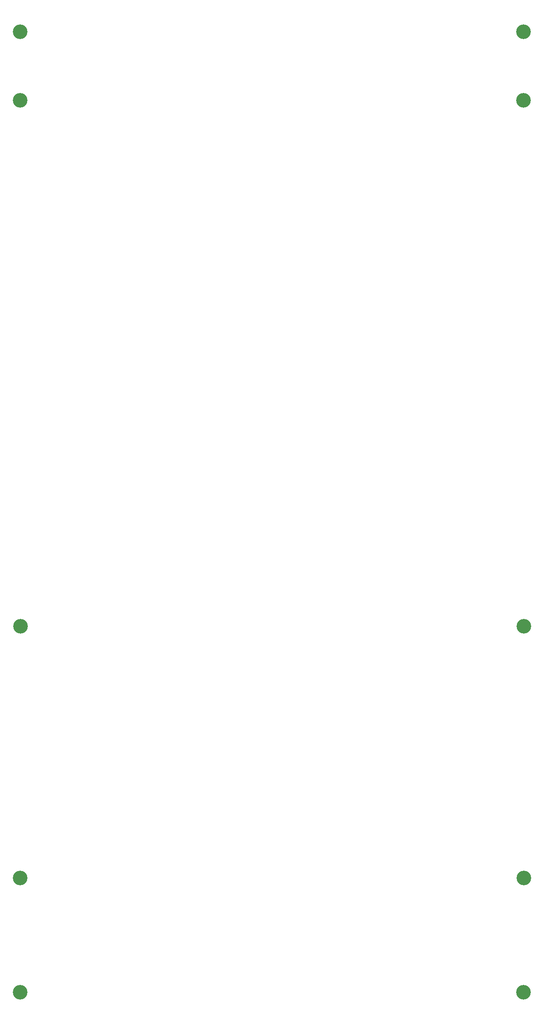
<source format=gbr>
%TF.GenerationSoftware,KiCad,Pcbnew,(6.0.4)*%
%TF.CreationDate,2023-01-30T21:09:23+01:00*%
%TF.ProjectId,Fader_Board_panel,46616465-725f-4426-9f61-72645f70616e,rev?*%
%TF.SameCoordinates,Original*%
%TF.FileFunction,Soldermask,Bot*%
%TF.FilePolarity,Negative*%
%FSLAX46Y46*%
G04 Gerber Fmt 4.6, Leading zero omitted, Abs format (unit mm)*
G04 Created by KiCad (PCBNEW (6.0.4)) date 2023-01-30 21:09:23*
%MOMM*%
%LPD*%
G01*
G04 APERTURE LIST*
%ADD10C,3.200000*%
G04 APERTURE END LIST*
D10*
%TO.C,H4*%
X155000000Y-220000000D03*
%TD*%
%TO.C,H3*%
X155080000Y-195000000D03*
%TD*%
%TO.C,H4*%
X45000000Y-10000000D03*
%TD*%
%TO.C,H2*%
X155080000Y-140000000D03*
%TD*%
%TO.C,H1*%
X45080000Y-140000000D03*
%TD*%
%TO.C,H4*%
X155000000Y-10000000D03*
%TD*%
%TO.C,H4*%
X45000000Y-220000000D03*
%TD*%
%TO.C,H4*%
X45000000Y-195000000D03*
%TD*%
%TO.C,H5*%
X155000000Y-25000000D03*
%TD*%
%TO.C,H6*%
X45000000Y-25000000D03*
%TD*%
M02*

</source>
